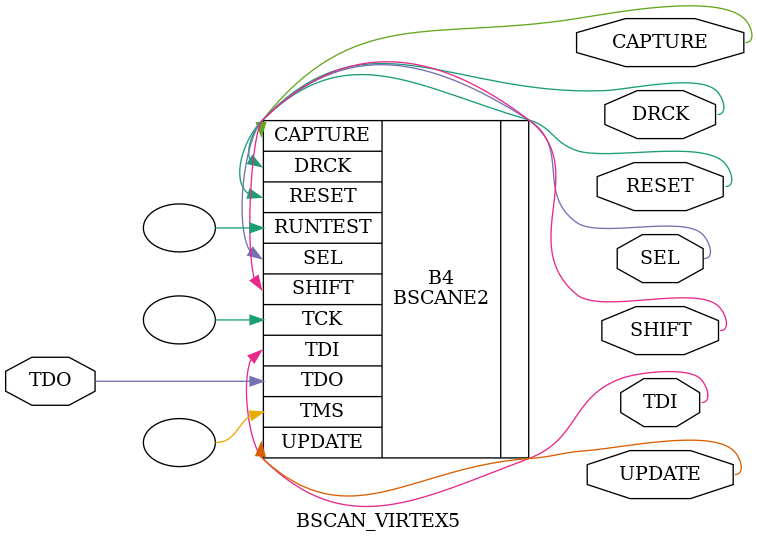
<source format=v>
`timescale 1 ps/1 ps
module BSCAN_VIRTEX5 (CAPTURE, DRCK, RESET, SEL, SHIFT, TDI, UPDATE, TDO);

    output CAPTURE, DRCK, RESET, SEL, SHIFT, TDI, UPDATE;
    
    input TDO;

    reg SEL_zd;

    parameter integer JTAG_CHAIN = 1;

    BSCANE2 #(.JTAG_CHAIN(JTAG_CHAIN)) B4 ( .CAPTURE(CAPTURE), .DRCK(DRCK), .RESET(RESET), .RUNTEST(), .SEL(SEL), .SHIFT(SHIFT), .TCK(), .TDI(TDI), .TMS(), .UPDATE(UPDATE), .TDO(TDO));

endmodule


</source>
